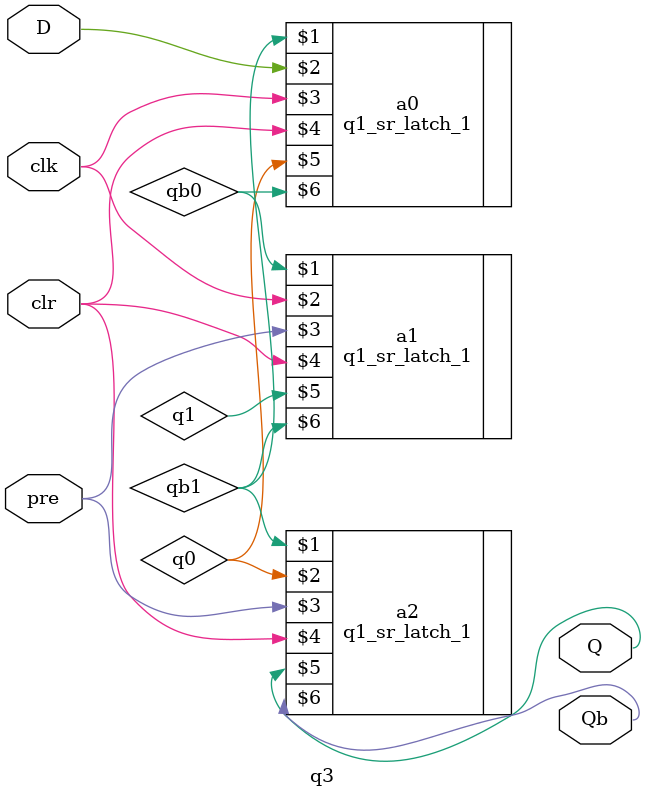
<source format=sv>
`timescale 1ns/1ns
module q3(input D, clk,pre,clr, output Q, Qb);
    wire q0,qb0,q1,qb1;
    q1_sr_latch_1 #(3,3) a0(qb1,D,clk,clr,q0,qb0);
    q1_sr_latch_1 #(3,3) a1(qb0,clk,pre,clr,q1,qb1);
    q1_sr_latch_1 #(3,3) a2(qb1,q0,pre,clr,Q,Qb);
endmodule
</source>
